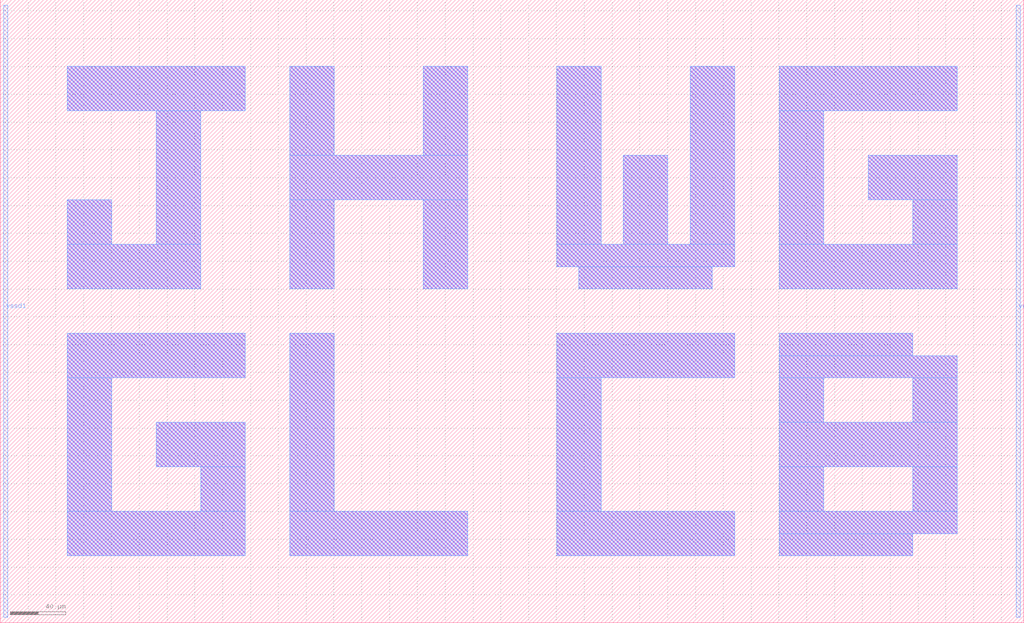
<source format=lef>
VERSION 5.7 ;
  NOWIREEXTENSIONATPIN ON ;
  DIVIDERCHAR "/" ;
  BUSBITCHARS "[]" ;
MACRO SIGN
  CLASS BLOCK ;
  FOREIGN SIGN ;
  ORIGIN 0.000 0.000 ;
  SIZE 736.000 BY 448.000 ;
  SITE unithd ;
  PIN vssd1
    DIRECTION INOUT ;
    USE GROUND ;
    SHAPE ABUTMENT ;
    PORT
      LAYER met4 ;
        RECT 2.450 4.000 5.550 444.000 ;
    END
  END vssd1
  PIN vccd1
    DIRECTION INOUT ;
    USE POWER ;
    SHAPE ABUTMENT ;
    PORT
      LAYER met4 ;
        RECT 730.450 4.000 733.550 444.000 ;
    END
  END vccd1
  OBS
      LAYER met1 ;
        RECT 48.000 368.000 176.000 400.000 ;
        RECT 48.000 272.000 80.000 304.000 ;
        RECT 112.000 272.000 144.000 368.000 ;
        RECT 48.000 240.000 144.000 272.000 ;
        RECT 208.000 336.000 240.000 400.000 ;
        RECT 304.000 336.000 336.000 400.000 ;
        RECT 208.000 304.000 336.000 336.000 ;
        RECT 208.000 240.000 240.000 304.000 ;
        RECT 304.000 240.000 336.000 304.000 ;
        RECT 400.000 272.000 432.000 400.000 ;
        RECT 448.000 272.000 480.000 336.000 ;
        RECT 496.000 272.000 528.000 400.000 ;
        RECT 400.000 256.000 528.000 272.000 ;
        RECT 560.000 368.000 688.000 400.000 ;
        RECT 560.000 272.000 592.000 368.000 ;
        RECT 624.000 304.000 688.000 336.000 ;
        RECT 656.000 272.000 688.000 304.000 ;
        RECT 416.000 240.000 512.000 256.000 ;
        RECT 560.000 240.000 688.000 272.000 ;
        RECT 48.000 176.000 176.000 208.000 ;
        RECT 48.000 80.000 80.000 176.000 ;
        RECT 112.000 112.000 176.000 144.000 ;
        RECT 144.000 80.000 176.000 112.000 ;
        RECT 48.000 48.000 176.000 80.000 ;
        RECT 208.000 80.000 240.000 208.000 ;
        RECT 400.000 176.000 528.000 208.000 ;
        RECT 560.000 192.000 656.000 208.000 ;
        RECT 560.000 176.000 688.000 192.000 ;
        RECT 400.000 80.000 432.000 176.000 ;
        RECT 560.000 144.000 592.000 176.000 ;
        RECT 656.000 144.000 688.000 176.000 ;
        RECT 560.000 112.000 688.000 144.000 ;
        RECT 560.000 80.000 592.000 112.000 ;
        RECT 656.000 80.000 688.000 112.000 ;
        RECT 208.000 48.000 336.000 80.000 ;
        RECT 400.000 48.000 528.000 80.000 ;
        RECT 560.000 64.000 688.000 80.000 ;
        RECT 560.000 48.000 656.000 64.000 ;
      LAYER met2 ;
        RECT 48.000 368.000 176.000 400.000 ;
        RECT 48.000 272.000 80.000 304.000 ;
        RECT 112.000 272.000 144.000 368.000 ;
        RECT 48.000 240.000 144.000 272.000 ;
        RECT 208.000 336.000 240.000 400.000 ;
        RECT 304.000 336.000 336.000 400.000 ;
        RECT 208.000 304.000 336.000 336.000 ;
        RECT 208.000 240.000 240.000 304.000 ;
        RECT 304.000 240.000 336.000 304.000 ;
        RECT 400.000 272.000 432.000 400.000 ;
        RECT 448.000 272.000 480.000 336.000 ;
        RECT 496.000 272.000 528.000 400.000 ;
        RECT 400.000 256.000 528.000 272.000 ;
        RECT 560.000 368.000 688.000 400.000 ;
        RECT 560.000 272.000 592.000 368.000 ;
        RECT 624.000 304.000 688.000 336.000 ;
        RECT 656.000 272.000 688.000 304.000 ;
        RECT 416.000 240.000 512.000 256.000 ;
        RECT 560.000 240.000 688.000 272.000 ;
        RECT 48.000 176.000 176.000 208.000 ;
        RECT 48.000 80.000 80.000 176.000 ;
        RECT 112.000 112.000 176.000 144.000 ;
        RECT 144.000 80.000 176.000 112.000 ;
        RECT 48.000 48.000 176.000 80.000 ;
        RECT 208.000 80.000 240.000 208.000 ;
        RECT 400.000 176.000 528.000 208.000 ;
        RECT 560.000 192.000 656.000 208.000 ;
        RECT 560.000 176.000 688.000 192.000 ;
        RECT 400.000 80.000 432.000 176.000 ;
        RECT 560.000 144.000 592.000 176.000 ;
        RECT 656.000 144.000 688.000 176.000 ;
        RECT 560.000 112.000 688.000 144.000 ;
        RECT 560.000 80.000 592.000 112.000 ;
        RECT 656.000 80.000 688.000 112.000 ;
        RECT 208.000 48.000 336.000 80.000 ;
        RECT 400.000 48.000 528.000 80.000 ;
        RECT 560.000 64.000 688.000 80.000 ;
        RECT 560.000 48.000 656.000 64.000 ;
      LAYER met3 ;
        RECT 48.000 368.000 176.000 400.000 ;
        RECT 48.000 272.000 80.000 304.000 ;
        RECT 112.000 272.000 144.000 368.000 ;
        RECT 48.000 240.000 144.000 272.000 ;
        RECT 208.000 336.000 240.000 400.000 ;
        RECT 304.000 336.000 336.000 400.000 ;
        RECT 208.000 304.000 336.000 336.000 ;
        RECT 208.000 240.000 240.000 304.000 ;
        RECT 304.000 240.000 336.000 304.000 ;
        RECT 400.000 272.000 432.000 400.000 ;
        RECT 448.000 272.000 480.000 336.000 ;
        RECT 496.000 272.000 528.000 400.000 ;
        RECT 400.000 256.000 528.000 272.000 ;
        RECT 560.000 368.000 688.000 400.000 ;
        RECT 560.000 272.000 592.000 368.000 ;
        RECT 624.000 304.000 688.000 336.000 ;
        RECT 656.000 272.000 688.000 304.000 ;
        RECT 416.000 240.000 512.000 256.000 ;
        RECT 560.000 240.000 688.000 272.000 ;
        RECT 48.000 176.000 176.000 208.000 ;
        RECT 48.000 80.000 80.000 176.000 ;
        RECT 112.000 112.000 176.000 144.000 ;
        RECT 144.000 80.000 176.000 112.000 ;
        RECT 48.000 48.000 176.000 80.000 ;
        RECT 208.000 80.000 240.000 208.000 ;
        RECT 400.000 176.000 528.000 208.000 ;
        RECT 560.000 192.000 656.000 208.000 ;
        RECT 560.000 176.000 688.000 192.000 ;
        RECT 400.000 80.000 432.000 176.000 ;
        RECT 560.000 144.000 592.000 176.000 ;
        RECT 656.000 144.000 688.000 176.000 ;
        RECT 560.000 112.000 688.000 144.000 ;
        RECT 560.000 80.000 592.000 112.000 ;
        RECT 656.000 80.000 688.000 112.000 ;
        RECT 208.000 48.000 336.000 80.000 ;
        RECT 400.000 48.000 528.000 80.000 ;
        RECT 560.000 64.000 688.000 80.000 ;
        RECT 560.000 48.000 656.000 64.000 ;
      LAYER met4 ;
        RECT 48.000 368.000 176.000 400.000 ;
        RECT 48.000 272.000 80.000 304.000 ;
        RECT 112.000 272.000 144.000 368.000 ;
        RECT 48.000 240.000 144.000 272.000 ;
        RECT 208.000 336.000 240.000 400.000 ;
        RECT 304.000 336.000 336.000 400.000 ;
        RECT 208.000 304.000 336.000 336.000 ;
        RECT 208.000 240.000 240.000 304.000 ;
        RECT 304.000 240.000 336.000 304.000 ;
        RECT 400.000 272.000 432.000 400.000 ;
        RECT 448.000 272.000 480.000 336.000 ;
        RECT 496.000 272.000 528.000 400.000 ;
        RECT 400.000 256.000 528.000 272.000 ;
        RECT 560.000 368.000 688.000 400.000 ;
        RECT 560.000 272.000 592.000 368.000 ;
        RECT 624.000 304.000 688.000 336.000 ;
        RECT 656.000 272.000 688.000 304.000 ;
        RECT 416.000 240.000 512.000 256.000 ;
        RECT 560.000 240.000 688.000 272.000 ;
        RECT 48.000 176.000 176.000 208.000 ;
        RECT 48.000 80.000 80.000 176.000 ;
        RECT 112.000 112.000 176.000 144.000 ;
        RECT 144.000 80.000 176.000 112.000 ;
        RECT 48.000 48.000 176.000 80.000 ;
        RECT 208.000 80.000 240.000 208.000 ;
        RECT 400.000 176.000 528.000 208.000 ;
        RECT 560.000 192.000 656.000 208.000 ;
        RECT 560.000 176.000 688.000 192.000 ;
        RECT 400.000 80.000 432.000 176.000 ;
        RECT 560.000 144.000 592.000 176.000 ;
        RECT 656.000 144.000 688.000 176.000 ;
        RECT 560.000 112.000 688.000 144.000 ;
        RECT 560.000 80.000 592.000 112.000 ;
        RECT 656.000 80.000 688.000 112.000 ;
        RECT 208.000 48.000 336.000 80.000 ;
        RECT 400.000 48.000 528.000 80.000 ;
        RECT 560.000 64.000 688.000 80.000 ;
        RECT 560.000 48.000 656.000 64.000 ;
  END
END SIGN
END LIBRARY


</source>
